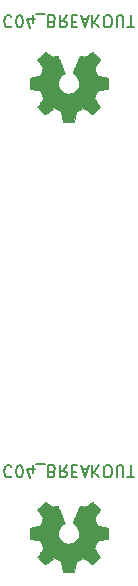
<source format=gbr>
G04 #@! TF.GenerationSoftware,KiCad,Pcbnew,5.1.5-52549c5~86~ubuntu18.04.1*
G04 #@! TF.CreationDate,2020-09-14T14:07:13-05:00*
G04 #@! TF.ProjectId,,58585858-5858-4585-9858-585858585858,rev?*
G04 #@! TF.SameCoordinates,Original*
G04 #@! TF.FileFunction,Legend,Bot*
G04 #@! TF.FilePolarity,Positive*
%FSLAX46Y46*%
G04 Gerber Fmt 4.6, Leading zero omitted, Abs format (unit mm)*
G04 Created by KiCad (PCBNEW 5.1.5-52549c5~86~ubuntu18.04.1) date 2020-09-14 14:07:13*
%MOMM*%
%LPD*%
G04 APERTURE LIST*
%ADD10C,0.150000*%
%ADD11C,0.010000*%
G04 APERTURE END LIST*
D10*
X66820066Y-89025457D02*
X66772447Y-88977838D01*
X66629590Y-88930219D01*
X66534352Y-88930219D01*
X66391495Y-88977838D01*
X66296257Y-89073076D01*
X66248638Y-89168314D01*
X66201019Y-89358790D01*
X66201019Y-89501647D01*
X66248638Y-89692123D01*
X66296257Y-89787361D01*
X66391495Y-89882600D01*
X66534352Y-89930219D01*
X66629590Y-89930219D01*
X66772447Y-89882600D01*
X66820066Y-89834980D01*
X67439114Y-89930219D02*
X67534352Y-89930219D01*
X67629590Y-89882600D01*
X67677209Y-89834980D01*
X67724828Y-89739742D01*
X67772447Y-89549266D01*
X67772447Y-89311171D01*
X67724828Y-89120695D01*
X67677209Y-89025457D01*
X67629590Y-88977838D01*
X67534352Y-88930219D01*
X67439114Y-88930219D01*
X67343876Y-88977838D01*
X67296257Y-89025457D01*
X67248638Y-89120695D01*
X67201019Y-89311171D01*
X67201019Y-89549266D01*
X67248638Y-89739742D01*
X67296257Y-89834980D01*
X67343876Y-89882600D01*
X67439114Y-89930219D01*
X68629590Y-89596885D02*
X68629590Y-88930219D01*
X68391495Y-89977838D02*
X68153400Y-89263552D01*
X68772447Y-89263552D01*
X68915304Y-88834980D02*
X69677209Y-88834980D01*
X70248638Y-89454028D02*
X70391495Y-89406409D01*
X70439114Y-89358790D01*
X70486733Y-89263552D01*
X70486733Y-89120695D01*
X70439114Y-89025457D01*
X70391495Y-88977838D01*
X70296257Y-88930219D01*
X69915304Y-88930219D01*
X69915304Y-89930219D01*
X70248638Y-89930219D01*
X70343876Y-89882600D01*
X70391495Y-89834980D01*
X70439114Y-89739742D01*
X70439114Y-89644504D01*
X70391495Y-89549266D01*
X70343876Y-89501647D01*
X70248638Y-89454028D01*
X69915304Y-89454028D01*
X71486733Y-88930219D02*
X71153400Y-89406409D01*
X70915304Y-88930219D02*
X70915304Y-89930219D01*
X71296257Y-89930219D01*
X71391495Y-89882600D01*
X71439114Y-89834980D01*
X71486733Y-89739742D01*
X71486733Y-89596885D01*
X71439114Y-89501647D01*
X71391495Y-89454028D01*
X71296257Y-89406409D01*
X70915304Y-89406409D01*
X71915304Y-89454028D02*
X72248638Y-89454028D01*
X72391495Y-88930219D02*
X71915304Y-88930219D01*
X71915304Y-89930219D01*
X72391495Y-89930219D01*
X72772447Y-89215933D02*
X73248638Y-89215933D01*
X72677209Y-88930219D02*
X73010542Y-89930219D01*
X73343876Y-88930219D01*
X73677209Y-88930219D02*
X73677209Y-89930219D01*
X74248638Y-88930219D02*
X73820066Y-89501647D01*
X74248638Y-89930219D02*
X73677209Y-89358790D01*
X74867685Y-89930219D02*
X75058161Y-89930219D01*
X75153400Y-89882600D01*
X75248638Y-89787361D01*
X75296257Y-89596885D01*
X75296257Y-89263552D01*
X75248638Y-89073076D01*
X75153400Y-88977838D01*
X75058161Y-88930219D01*
X74867685Y-88930219D01*
X74772447Y-88977838D01*
X74677209Y-89073076D01*
X74629590Y-89263552D01*
X74629590Y-89596885D01*
X74677209Y-89787361D01*
X74772447Y-89882600D01*
X74867685Y-89930219D01*
X75724828Y-89930219D02*
X75724828Y-89120695D01*
X75772447Y-89025457D01*
X75820066Y-88977838D01*
X75915304Y-88930219D01*
X76105780Y-88930219D01*
X76201019Y-88977838D01*
X76248638Y-89025457D01*
X76296257Y-89120695D01*
X76296257Y-89930219D01*
X76629590Y-89930219D02*
X77201019Y-89930219D01*
X76915304Y-88930219D02*
X76915304Y-89930219D01*
X66820066Y-50925457D02*
X66772447Y-50877838D01*
X66629590Y-50830219D01*
X66534352Y-50830219D01*
X66391495Y-50877838D01*
X66296257Y-50973076D01*
X66248638Y-51068314D01*
X66201019Y-51258790D01*
X66201019Y-51401647D01*
X66248638Y-51592123D01*
X66296257Y-51687361D01*
X66391495Y-51782600D01*
X66534352Y-51830219D01*
X66629590Y-51830219D01*
X66772447Y-51782600D01*
X66820066Y-51734980D01*
X67439114Y-51830219D02*
X67534352Y-51830219D01*
X67629590Y-51782600D01*
X67677209Y-51734980D01*
X67724828Y-51639742D01*
X67772447Y-51449266D01*
X67772447Y-51211171D01*
X67724828Y-51020695D01*
X67677209Y-50925457D01*
X67629590Y-50877838D01*
X67534352Y-50830219D01*
X67439114Y-50830219D01*
X67343876Y-50877838D01*
X67296257Y-50925457D01*
X67248638Y-51020695D01*
X67201019Y-51211171D01*
X67201019Y-51449266D01*
X67248638Y-51639742D01*
X67296257Y-51734980D01*
X67343876Y-51782600D01*
X67439114Y-51830219D01*
X68629590Y-51496885D02*
X68629590Y-50830219D01*
X68391495Y-51877838D02*
X68153400Y-51163552D01*
X68772447Y-51163552D01*
X68915304Y-50734980D02*
X69677209Y-50734980D01*
X70248638Y-51354028D02*
X70391495Y-51306409D01*
X70439114Y-51258790D01*
X70486733Y-51163552D01*
X70486733Y-51020695D01*
X70439114Y-50925457D01*
X70391495Y-50877838D01*
X70296257Y-50830219D01*
X69915304Y-50830219D01*
X69915304Y-51830219D01*
X70248638Y-51830219D01*
X70343876Y-51782600D01*
X70391495Y-51734980D01*
X70439114Y-51639742D01*
X70439114Y-51544504D01*
X70391495Y-51449266D01*
X70343876Y-51401647D01*
X70248638Y-51354028D01*
X69915304Y-51354028D01*
X71486733Y-50830219D02*
X71153400Y-51306409D01*
X70915304Y-50830219D02*
X70915304Y-51830219D01*
X71296257Y-51830219D01*
X71391495Y-51782600D01*
X71439114Y-51734980D01*
X71486733Y-51639742D01*
X71486733Y-51496885D01*
X71439114Y-51401647D01*
X71391495Y-51354028D01*
X71296257Y-51306409D01*
X70915304Y-51306409D01*
X71915304Y-51354028D02*
X72248638Y-51354028D01*
X72391495Y-50830219D02*
X71915304Y-50830219D01*
X71915304Y-51830219D01*
X72391495Y-51830219D01*
X72772447Y-51115933D02*
X73248638Y-51115933D01*
X72677209Y-50830219D02*
X73010542Y-51830219D01*
X73343876Y-50830219D01*
X73677209Y-50830219D02*
X73677209Y-51830219D01*
X74248638Y-50830219D02*
X73820066Y-51401647D01*
X74248638Y-51830219D02*
X73677209Y-51258790D01*
X74867685Y-51830219D02*
X75058161Y-51830219D01*
X75153400Y-51782600D01*
X75248638Y-51687361D01*
X75296257Y-51496885D01*
X75296257Y-51163552D01*
X75248638Y-50973076D01*
X75153400Y-50877838D01*
X75058161Y-50830219D01*
X74867685Y-50830219D01*
X74772447Y-50877838D01*
X74677209Y-50973076D01*
X74629590Y-51163552D01*
X74629590Y-51496885D01*
X74677209Y-51687361D01*
X74772447Y-51782600D01*
X74867685Y-51830219D01*
X75724828Y-51830219D02*
X75724828Y-51020695D01*
X75772447Y-50925457D01*
X75820066Y-50877838D01*
X75915304Y-50830219D01*
X76105780Y-50830219D01*
X76201019Y-50877838D01*
X76248638Y-50925457D01*
X76296257Y-51020695D01*
X76296257Y-51830219D01*
X76629590Y-51830219D02*
X77201019Y-51830219D01*
X76915304Y-50830219D02*
X76915304Y-51830219D01*
D11*
G36*
X72209214Y-97501669D02*
G01*
X72293035Y-97057045D01*
X72602320Y-96929547D01*
X72911606Y-96802049D01*
X73282646Y-97054354D01*
X73386557Y-97124604D01*
X73480487Y-97187328D01*
X73560052Y-97239662D01*
X73620870Y-97278743D01*
X73658557Y-97301707D01*
X73668821Y-97306658D01*
X73687310Y-97293924D01*
X73726820Y-97258718D01*
X73782922Y-97205538D01*
X73851187Y-97138882D01*
X73927186Y-97063246D01*
X74006492Y-96983128D01*
X74084675Y-96903026D01*
X74157307Y-96827436D01*
X74219959Y-96760855D01*
X74268203Y-96707782D01*
X74297610Y-96672713D01*
X74304641Y-96660977D01*
X74294523Y-96639340D01*
X74266159Y-96591938D01*
X74222529Y-96523407D01*
X74166618Y-96438385D01*
X74101406Y-96341507D01*
X74063619Y-96286250D01*
X73994743Y-96185352D01*
X73933540Y-96094301D01*
X73882978Y-96017630D01*
X73846028Y-95959872D01*
X73825658Y-95925557D01*
X73822597Y-95918346D01*
X73829536Y-95897852D01*
X73848451Y-95850087D01*
X73876487Y-95781768D01*
X73910791Y-95699611D01*
X73948509Y-95610330D01*
X73986787Y-95520642D01*
X74022770Y-95437262D01*
X74053606Y-95366906D01*
X74076439Y-95316290D01*
X74088417Y-95292129D01*
X74089124Y-95291178D01*
X74107931Y-95286564D01*
X74158018Y-95276272D01*
X74234193Y-95261313D01*
X74331265Y-95242699D01*
X74444043Y-95221441D01*
X74509842Y-95209182D01*
X74630350Y-95186238D01*
X74739197Y-95164405D01*
X74830876Y-95144878D01*
X74899881Y-95128852D01*
X74940704Y-95117521D01*
X74948911Y-95113926D01*
X74956948Y-95089594D01*
X74963433Y-95034641D01*
X74968370Y-94955492D01*
X74971764Y-94858574D01*
X74973618Y-94750313D01*
X74973938Y-94637135D01*
X74972727Y-94525465D01*
X74969990Y-94421732D01*
X74965731Y-94332359D01*
X74959955Y-94263774D01*
X74952667Y-94222403D01*
X74948295Y-94213790D01*
X74922164Y-94203467D01*
X74866793Y-94188708D01*
X74789507Y-94171248D01*
X74697630Y-94152820D01*
X74665558Y-94146859D01*
X74510924Y-94118534D01*
X74388775Y-94095724D01*
X74295073Y-94077520D01*
X74225784Y-94063017D01*
X74176871Y-94051308D01*
X74144297Y-94041485D01*
X74124028Y-94032644D01*
X74112026Y-94023876D01*
X74110347Y-94022143D01*
X74093584Y-93994229D01*
X74068014Y-93939905D01*
X74036188Y-93865823D01*
X74000660Y-93778635D01*
X73963983Y-93684992D01*
X73928711Y-93591548D01*
X73897396Y-93504953D01*
X73872593Y-93431860D01*
X73856854Y-93378922D01*
X73852732Y-93352789D01*
X73853076Y-93351874D01*
X73867041Y-93330514D01*
X73898722Y-93283516D01*
X73944791Y-93215773D01*
X74001918Y-93132177D01*
X74066773Y-93037618D01*
X74085243Y-93010746D01*
X74151099Y-92913325D01*
X74209050Y-92824437D01*
X74255938Y-92749188D01*
X74288607Y-92692680D01*
X74303900Y-92660019D01*
X74304641Y-92656007D01*
X74291792Y-92634916D01*
X74256288Y-92593136D01*
X74202693Y-92535155D01*
X74135571Y-92465465D01*
X74059487Y-92388555D01*
X73979004Y-92308917D01*
X73898687Y-92231039D01*
X73823099Y-92159414D01*
X73756805Y-92098530D01*
X73704369Y-92052879D01*
X73670355Y-92026950D01*
X73660945Y-92022717D01*
X73639043Y-92032688D01*
X73594200Y-92059580D01*
X73533721Y-92098864D01*
X73487189Y-92130483D01*
X73402875Y-92188502D01*
X73303026Y-92256816D01*
X73202873Y-92325021D01*
X73149027Y-92361525D01*
X72966771Y-92484800D01*
X72813781Y-92402080D01*
X72744082Y-92365841D01*
X72684814Y-92337674D01*
X72644711Y-92321609D01*
X72634503Y-92319374D01*
X72622229Y-92335878D01*
X72598013Y-92382518D01*
X72563663Y-92454991D01*
X72520988Y-92548994D01*
X72471794Y-92660226D01*
X72417890Y-92784385D01*
X72361084Y-92917168D01*
X72303182Y-93054273D01*
X72245993Y-93191398D01*
X72191324Y-93324242D01*
X72140984Y-93448502D01*
X72096780Y-93559875D01*
X72060519Y-93654061D01*
X72034009Y-93726756D01*
X72019058Y-93773659D01*
X72016654Y-93789767D01*
X72035711Y-93810314D01*
X72077436Y-93843667D01*
X72133106Y-93882898D01*
X72137778Y-93886001D01*
X72281664Y-94001177D01*
X72397683Y-94135547D01*
X72484830Y-94284816D01*
X72542099Y-94444687D01*
X72568486Y-94610863D01*
X72562985Y-94779048D01*
X72524590Y-94944945D01*
X72452295Y-95104258D01*
X72431026Y-95139113D01*
X72320396Y-95279863D01*
X72189702Y-95392886D01*
X72043464Y-95477597D01*
X71886208Y-95533406D01*
X71722457Y-95559726D01*
X71556733Y-95555970D01*
X71393562Y-95521550D01*
X71237465Y-95455877D01*
X71092967Y-95358365D01*
X71048269Y-95318787D01*
X70934512Y-95194897D01*
X70851618Y-95064476D01*
X70794756Y-94918285D01*
X70763087Y-94773512D01*
X70755269Y-94610740D01*
X70781338Y-94447160D01*
X70838645Y-94288302D01*
X70924544Y-94139694D01*
X71036386Y-94006865D01*
X71171523Y-93895344D01*
X71189283Y-93883589D01*
X71245550Y-93845092D01*
X71288323Y-93811737D01*
X71308772Y-93790440D01*
X71309069Y-93789767D01*
X71304679Y-93766729D01*
X71287276Y-93714443D01*
X71258668Y-93637210D01*
X71220665Y-93539332D01*
X71175074Y-93425109D01*
X71123703Y-93298842D01*
X71068362Y-93164833D01*
X71010858Y-93027382D01*
X70953001Y-92890792D01*
X70896598Y-92759363D01*
X70843458Y-92637395D01*
X70795390Y-92529191D01*
X70754201Y-92439051D01*
X70721701Y-92371277D01*
X70699697Y-92330170D01*
X70690836Y-92319374D01*
X70663760Y-92327781D01*
X70613097Y-92350328D01*
X70547583Y-92382987D01*
X70511559Y-92402080D01*
X70358568Y-92484800D01*
X70176312Y-92361525D01*
X70083275Y-92298372D01*
X69981415Y-92228873D01*
X69885962Y-92163435D01*
X69838150Y-92130483D01*
X69770905Y-92085327D01*
X69713964Y-92049543D01*
X69674754Y-92027662D01*
X69662019Y-92023037D01*
X69643483Y-92035515D01*
X69602459Y-92070348D01*
X69542925Y-92123922D01*
X69468858Y-92192617D01*
X69384235Y-92272819D01*
X69330715Y-92324314D01*
X69237081Y-92416314D01*
X69156159Y-92498601D01*
X69091223Y-92567655D01*
X69045542Y-92619956D01*
X69022389Y-92651984D01*
X69020168Y-92658484D01*
X69030476Y-92683206D01*
X69058961Y-92733195D01*
X69102463Y-92803388D01*
X69157823Y-92888725D01*
X69221880Y-92984144D01*
X69240097Y-93010746D01*
X69306473Y-93107433D01*
X69366022Y-93194483D01*
X69415416Y-93267005D01*
X69451325Y-93320107D01*
X69470419Y-93348897D01*
X69472264Y-93351874D01*
X69469505Y-93374818D01*
X69454862Y-93425264D01*
X69430887Y-93496559D01*
X69400134Y-93582053D01*
X69365156Y-93675093D01*
X69328507Y-93769026D01*
X69292739Y-93857201D01*
X69260406Y-93932966D01*
X69234062Y-93989669D01*
X69216258Y-94020657D01*
X69214993Y-94022143D01*
X69204106Y-94030999D01*
X69185718Y-94039757D01*
X69155794Y-94049323D01*
X69110297Y-94060604D01*
X69045191Y-94074507D01*
X68956439Y-94091937D01*
X68840007Y-94113802D01*
X68691858Y-94141009D01*
X68659782Y-94146859D01*
X68564714Y-94165226D01*
X68481835Y-94183195D01*
X68418470Y-94199031D01*
X68381942Y-94211000D01*
X68377044Y-94213790D01*
X68368973Y-94238528D01*
X68362413Y-94293810D01*
X68357367Y-94373211D01*
X68353841Y-94470304D01*
X68351839Y-94578662D01*
X68351364Y-94691860D01*
X68352423Y-94803472D01*
X68355018Y-94907071D01*
X68359154Y-94996232D01*
X68364837Y-95064528D01*
X68372069Y-95105534D01*
X68376429Y-95113926D01*
X68400702Y-95122392D01*
X68455974Y-95136165D01*
X68536738Y-95154050D01*
X68637488Y-95174852D01*
X68752717Y-95197377D01*
X68815498Y-95209182D01*
X68934613Y-95231449D01*
X69040835Y-95251621D01*
X69128973Y-95268685D01*
X69193834Y-95281631D01*
X69230226Y-95289445D01*
X69236216Y-95291178D01*
X69246339Y-95310710D01*
X69267738Y-95357757D01*
X69297561Y-95425597D01*
X69332955Y-95507509D01*
X69371068Y-95596772D01*
X69409047Y-95686665D01*
X69444040Y-95770465D01*
X69473194Y-95841453D01*
X69493657Y-95892906D01*
X69502577Y-95918103D01*
X69502743Y-95919204D01*
X69492631Y-95939081D01*
X69464283Y-95984823D01*
X69420677Y-96051883D01*
X69364794Y-96135716D01*
X69299613Y-96231774D01*
X69261721Y-96286950D01*
X69192675Y-96388119D01*
X69131350Y-96479970D01*
X69080737Y-96557856D01*
X69043829Y-96617131D01*
X69023618Y-96653149D01*
X69020699Y-96661223D01*
X69033247Y-96680016D01*
X69067937Y-96720143D01*
X69120337Y-96777107D01*
X69186016Y-96846415D01*
X69260544Y-96923569D01*
X69339487Y-97004075D01*
X69418417Y-97083437D01*
X69492900Y-97157160D01*
X69558506Y-97220748D01*
X69610804Y-97269706D01*
X69645361Y-97299539D01*
X69656922Y-97306658D01*
X69675746Y-97296647D01*
X69720769Y-97268522D01*
X69787613Y-97225146D01*
X69871901Y-97169382D01*
X69969256Y-97104094D01*
X70042693Y-97054354D01*
X70413733Y-96802049D01*
X71032305Y-97057045D01*
X71116125Y-97501669D01*
X71199946Y-97946293D01*
X72125394Y-97946293D01*
X72209214Y-97501669D01*
G37*
X72209214Y-97501669D02*
X72293035Y-97057045D01*
X72602320Y-96929547D01*
X72911606Y-96802049D01*
X73282646Y-97054354D01*
X73386557Y-97124604D01*
X73480487Y-97187328D01*
X73560052Y-97239662D01*
X73620870Y-97278743D01*
X73658557Y-97301707D01*
X73668821Y-97306658D01*
X73687310Y-97293924D01*
X73726820Y-97258718D01*
X73782922Y-97205538D01*
X73851187Y-97138882D01*
X73927186Y-97063246D01*
X74006492Y-96983128D01*
X74084675Y-96903026D01*
X74157307Y-96827436D01*
X74219959Y-96760855D01*
X74268203Y-96707782D01*
X74297610Y-96672713D01*
X74304641Y-96660977D01*
X74294523Y-96639340D01*
X74266159Y-96591938D01*
X74222529Y-96523407D01*
X74166618Y-96438385D01*
X74101406Y-96341507D01*
X74063619Y-96286250D01*
X73994743Y-96185352D01*
X73933540Y-96094301D01*
X73882978Y-96017630D01*
X73846028Y-95959872D01*
X73825658Y-95925557D01*
X73822597Y-95918346D01*
X73829536Y-95897852D01*
X73848451Y-95850087D01*
X73876487Y-95781768D01*
X73910791Y-95699611D01*
X73948509Y-95610330D01*
X73986787Y-95520642D01*
X74022770Y-95437262D01*
X74053606Y-95366906D01*
X74076439Y-95316290D01*
X74088417Y-95292129D01*
X74089124Y-95291178D01*
X74107931Y-95286564D01*
X74158018Y-95276272D01*
X74234193Y-95261313D01*
X74331265Y-95242699D01*
X74444043Y-95221441D01*
X74509842Y-95209182D01*
X74630350Y-95186238D01*
X74739197Y-95164405D01*
X74830876Y-95144878D01*
X74899881Y-95128852D01*
X74940704Y-95117521D01*
X74948911Y-95113926D01*
X74956948Y-95089594D01*
X74963433Y-95034641D01*
X74968370Y-94955492D01*
X74971764Y-94858574D01*
X74973618Y-94750313D01*
X74973938Y-94637135D01*
X74972727Y-94525465D01*
X74969990Y-94421732D01*
X74965731Y-94332359D01*
X74959955Y-94263774D01*
X74952667Y-94222403D01*
X74948295Y-94213790D01*
X74922164Y-94203467D01*
X74866793Y-94188708D01*
X74789507Y-94171248D01*
X74697630Y-94152820D01*
X74665558Y-94146859D01*
X74510924Y-94118534D01*
X74388775Y-94095724D01*
X74295073Y-94077520D01*
X74225784Y-94063017D01*
X74176871Y-94051308D01*
X74144297Y-94041485D01*
X74124028Y-94032644D01*
X74112026Y-94023876D01*
X74110347Y-94022143D01*
X74093584Y-93994229D01*
X74068014Y-93939905D01*
X74036188Y-93865823D01*
X74000660Y-93778635D01*
X73963983Y-93684992D01*
X73928711Y-93591548D01*
X73897396Y-93504953D01*
X73872593Y-93431860D01*
X73856854Y-93378922D01*
X73852732Y-93352789D01*
X73853076Y-93351874D01*
X73867041Y-93330514D01*
X73898722Y-93283516D01*
X73944791Y-93215773D01*
X74001918Y-93132177D01*
X74066773Y-93037618D01*
X74085243Y-93010746D01*
X74151099Y-92913325D01*
X74209050Y-92824437D01*
X74255938Y-92749188D01*
X74288607Y-92692680D01*
X74303900Y-92660019D01*
X74304641Y-92656007D01*
X74291792Y-92634916D01*
X74256288Y-92593136D01*
X74202693Y-92535155D01*
X74135571Y-92465465D01*
X74059487Y-92388555D01*
X73979004Y-92308917D01*
X73898687Y-92231039D01*
X73823099Y-92159414D01*
X73756805Y-92098530D01*
X73704369Y-92052879D01*
X73670355Y-92026950D01*
X73660945Y-92022717D01*
X73639043Y-92032688D01*
X73594200Y-92059580D01*
X73533721Y-92098864D01*
X73487189Y-92130483D01*
X73402875Y-92188502D01*
X73303026Y-92256816D01*
X73202873Y-92325021D01*
X73149027Y-92361525D01*
X72966771Y-92484800D01*
X72813781Y-92402080D01*
X72744082Y-92365841D01*
X72684814Y-92337674D01*
X72644711Y-92321609D01*
X72634503Y-92319374D01*
X72622229Y-92335878D01*
X72598013Y-92382518D01*
X72563663Y-92454991D01*
X72520988Y-92548994D01*
X72471794Y-92660226D01*
X72417890Y-92784385D01*
X72361084Y-92917168D01*
X72303182Y-93054273D01*
X72245993Y-93191398D01*
X72191324Y-93324242D01*
X72140984Y-93448502D01*
X72096780Y-93559875D01*
X72060519Y-93654061D01*
X72034009Y-93726756D01*
X72019058Y-93773659D01*
X72016654Y-93789767D01*
X72035711Y-93810314D01*
X72077436Y-93843667D01*
X72133106Y-93882898D01*
X72137778Y-93886001D01*
X72281664Y-94001177D01*
X72397683Y-94135547D01*
X72484830Y-94284816D01*
X72542099Y-94444687D01*
X72568486Y-94610863D01*
X72562985Y-94779048D01*
X72524590Y-94944945D01*
X72452295Y-95104258D01*
X72431026Y-95139113D01*
X72320396Y-95279863D01*
X72189702Y-95392886D01*
X72043464Y-95477597D01*
X71886208Y-95533406D01*
X71722457Y-95559726D01*
X71556733Y-95555970D01*
X71393562Y-95521550D01*
X71237465Y-95455877D01*
X71092967Y-95358365D01*
X71048269Y-95318787D01*
X70934512Y-95194897D01*
X70851618Y-95064476D01*
X70794756Y-94918285D01*
X70763087Y-94773512D01*
X70755269Y-94610740D01*
X70781338Y-94447160D01*
X70838645Y-94288302D01*
X70924544Y-94139694D01*
X71036386Y-94006865D01*
X71171523Y-93895344D01*
X71189283Y-93883589D01*
X71245550Y-93845092D01*
X71288323Y-93811737D01*
X71308772Y-93790440D01*
X71309069Y-93789767D01*
X71304679Y-93766729D01*
X71287276Y-93714443D01*
X71258668Y-93637210D01*
X71220665Y-93539332D01*
X71175074Y-93425109D01*
X71123703Y-93298842D01*
X71068362Y-93164833D01*
X71010858Y-93027382D01*
X70953001Y-92890792D01*
X70896598Y-92759363D01*
X70843458Y-92637395D01*
X70795390Y-92529191D01*
X70754201Y-92439051D01*
X70721701Y-92371277D01*
X70699697Y-92330170D01*
X70690836Y-92319374D01*
X70663760Y-92327781D01*
X70613097Y-92350328D01*
X70547583Y-92382987D01*
X70511559Y-92402080D01*
X70358568Y-92484800D01*
X70176312Y-92361525D01*
X70083275Y-92298372D01*
X69981415Y-92228873D01*
X69885962Y-92163435D01*
X69838150Y-92130483D01*
X69770905Y-92085327D01*
X69713964Y-92049543D01*
X69674754Y-92027662D01*
X69662019Y-92023037D01*
X69643483Y-92035515D01*
X69602459Y-92070348D01*
X69542925Y-92123922D01*
X69468858Y-92192617D01*
X69384235Y-92272819D01*
X69330715Y-92324314D01*
X69237081Y-92416314D01*
X69156159Y-92498601D01*
X69091223Y-92567655D01*
X69045542Y-92619956D01*
X69022389Y-92651984D01*
X69020168Y-92658484D01*
X69030476Y-92683206D01*
X69058961Y-92733195D01*
X69102463Y-92803388D01*
X69157823Y-92888725D01*
X69221880Y-92984144D01*
X69240097Y-93010746D01*
X69306473Y-93107433D01*
X69366022Y-93194483D01*
X69415416Y-93267005D01*
X69451325Y-93320107D01*
X69470419Y-93348897D01*
X69472264Y-93351874D01*
X69469505Y-93374818D01*
X69454862Y-93425264D01*
X69430887Y-93496559D01*
X69400134Y-93582053D01*
X69365156Y-93675093D01*
X69328507Y-93769026D01*
X69292739Y-93857201D01*
X69260406Y-93932966D01*
X69234062Y-93989669D01*
X69216258Y-94020657D01*
X69214993Y-94022143D01*
X69204106Y-94030999D01*
X69185718Y-94039757D01*
X69155794Y-94049323D01*
X69110297Y-94060604D01*
X69045191Y-94074507D01*
X68956439Y-94091937D01*
X68840007Y-94113802D01*
X68691858Y-94141009D01*
X68659782Y-94146859D01*
X68564714Y-94165226D01*
X68481835Y-94183195D01*
X68418470Y-94199031D01*
X68381942Y-94211000D01*
X68377044Y-94213790D01*
X68368973Y-94238528D01*
X68362413Y-94293810D01*
X68357367Y-94373211D01*
X68353841Y-94470304D01*
X68351839Y-94578662D01*
X68351364Y-94691860D01*
X68352423Y-94803472D01*
X68355018Y-94907071D01*
X68359154Y-94996232D01*
X68364837Y-95064528D01*
X68372069Y-95105534D01*
X68376429Y-95113926D01*
X68400702Y-95122392D01*
X68455974Y-95136165D01*
X68536738Y-95154050D01*
X68637488Y-95174852D01*
X68752717Y-95197377D01*
X68815498Y-95209182D01*
X68934613Y-95231449D01*
X69040835Y-95251621D01*
X69128973Y-95268685D01*
X69193834Y-95281631D01*
X69230226Y-95289445D01*
X69236216Y-95291178D01*
X69246339Y-95310710D01*
X69267738Y-95357757D01*
X69297561Y-95425597D01*
X69332955Y-95507509D01*
X69371068Y-95596772D01*
X69409047Y-95686665D01*
X69444040Y-95770465D01*
X69473194Y-95841453D01*
X69493657Y-95892906D01*
X69502577Y-95918103D01*
X69502743Y-95919204D01*
X69492631Y-95939081D01*
X69464283Y-95984823D01*
X69420677Y-96051883D01*
X69364794Y-96135716D01*
X69299613Y-96231774D01*
X69261721Y-96286950D01*
X69192675Y-96388119D01*
X69131350Y-96479970D01*
X69080737Y-96557856D01*
X69043829Y-96617131D01*
X69023618Y-96653149D01*
X69020699Y-96661223D01*
X69033247Y-96680016D01*
X69067937Y-96720143D01*
X69120337Y-96777107D01*
X69186016Y-96846415D01*
X69260544Y-96923569D01*
X69339487Y-97004075D01*
X69418417Y-97083437D01*
X69492900Y-97157160D01*
X69558506Y-97220748D01*
X69610804Y-97269706D01*
X69645361Y-97299539D01*
X69656922Y-97306658D01*
X69675746Y-97296647D01*
X69720769Y-97268522D01*
X69787613Y-97225146D01*
X69871901Y-97169382D01*
X69969256Y-97104094D01*
X70042693Y-97054354D01*
X70413733Y-96802049D01*
X71032305Y-97057045D01*
X71116125Y-97501669D01*
X71199946Y-97946293D01*
X72125394Y-97946293D01*
X72209214Y-97501669D01*
G36*
X72209214Y-59401669D02*
G01*
X72293035Y-58957045D01*
X72602320Y-58829547D01*
X72911606Y-58702049D01*
X73282646Y-58954354D01*
X73386557Y-59024604D01*
X73480487Y-59087328D01*
X73560052Y-59139662D01*
X73620870Y-59178743D01*
X73658557Y-59201707D01*
X73668821Y-59206658D01*
X73687310Y-59193924D01*
X73726820Y-59158718D01*
X73782922Y-59105538D01*
X73851187Y-59038882D01*
X73927186Y-58963246D01*
X74006492Y-58883128D01*
X74084675Y-58803026D01*
X74157307Y-58727436D01*
X74219959Y-58660855D01*
X74268203Y-58607782D01*
X74297610Y-58572713D01*
X74304641Y-58560977D01*
X74294523Y-58539340D01*
X74266159Y-58491938D01*
X74222529Y-58423407D01*
X74166618Y-58338385D01*
X74101406Y-58241507D01*
X74063619Y-58186250D01*
X73994743Y-58085352D01*
X73933540Y-57994301D01*
X73882978Y-57917630D01*
X73846028Y-57859872D01*
X73825658Y-57825557D01*
X73822597Y-57818346D01*
X73829536Y-57797852D01*
X73848451Y-57750087D01*
X73876487Y-57681768D01*
X73910791Y-57599611D01*
X73948509Y-57510330D01*
X73986787Y-57420642D01*
X74022770Y-57337262D01*
X74053606Y-57266906D01*
X74076439Y-57216290D01*
X74088417Y-57192129D01*
X74089124Y-57191178D01*
X74107931Y-57186564D01*
X74158018Y-57176272D01*
X74234193Y-57161313D01*
X74331265Y-57142699D01*
X74444043Y-57121441D01*
X74509842Y-57109182D01*
X74630350Y-57086238D01*
X74739197Y-57064405D01*
X74830876Y-57044878D01*
X74899881Y-57028852D01*
X74940704Y-57017521D01*
X74948911Y-57013926D01*
X74956948Y-56989594D01*
X74963433Y-56934641D01*
X74968370Y-56855492D01*
X74971764Y-56758574D01*
X74973618Y-56650313D01*
X74973938Y-56537135D01*
X74972727Y-56425465D01*
X74969990Y-56321732D01*
X74965731Y-56232359D01*
X74959955Y-56163774D01*
X74952667Y-56122403D01*
X74948295Y-56113790D01*
X74922164Y-56103467D01*
X74866793Y-56088708D01*
X74789507Y-56071248D01*
X74697630Y-56052820D01*
X74665558Y-56046859D01*
X74510924Y-56018534D01*
X74388775Y-55995724D01*
X74295073Y-55977520D01*
X74225784Y-55963017D01*
X74176871Y-55951308D01*
X74144297Y-55941485D01*
X74124028Y-55932644D01*
X74112026Y-55923876D01*
X74110347Y-55922143D01*
X74093584Y-55894229D01*
X74068014Y-55839905D01*
X74036188Y-55765823D01*
X74000660Y-55678635D01*
X73963983Y-55584992D01*
X73928711Y-55491548D01*
X73897396Y-55404953D01*
X73872593Y-55331860D01*
X73856854Y-55278922D01*
X73852732Y-55252789D01*
X73853076Y-55251874D01*
X73867041Y-55230514D01*
X73898722Y-55183516D01*
X73944791Y-55115773D01*
X74001918Y-55032177D01*
X74066773Y-54937618D01*
X74085243Y-54910746D01*
X74151099Y-54813325D01*
X74209050Y-54724437D01*
X74255938Y-54649188D01*
X74288607Y-54592680D01*
X74303900Y-54560019D01*
X74304641Y-54556007D01*
X74291792Y-54534916D01*
X74256288Y-54493136D01*
X74202693Y-54435155D01*
X74135571Y-54365465D01*
X74059487Y-54288555D01*
X73979004Y-54208917D01*
X73898687Y-54131039D01*
X73823099Y-54059414D01*
X73756805Y-53998530D01*
X73704369Y-53952879D01*
X73670355Y-53926950D01*
X73660945Y-53922717D01*
X73639043Y-53932688D01*
X73594200Y-53959580D01*
X73533721Y-53998864D01*
X73487189Y-54030483D01*
X73402875Y-54088502D01*
X73303026Y-54156816D01*
X73202873Y-54225021D01*
X73149027Y-54261525D01*
X72966771Y-54384800D01*
X72813781Y-54302080D01*
X72744082Y-54265841D01*
X72684814Y-54237674D01*
X72644711Y-54221609D01*
X72634503Y-54219374D01*
X72622229Y-54235878D01*
X72598013Y-54282518D01*
X72563663Y-54354991D01*
X72520988Y-54448994D01*
X72471794Y-54560226D01*
X72417890Y-54684385D01*
X72361084Y-54817168D01*
X72303182Y-54954273D01*
X72245993Y-55091398D01*
X72191324Y-55224242D01*
X72140984Y-55348502D01*
X72096780Y-55459875D01*
X72060519Y-55554061D01*
X72034009Y-55626756D01*
X72019058Y-55673659D01*
X72016654Y-55689767D01*
X72035711Y-55710314D01*
X72077436Y-55743667D01*
X72133106Y-55782898D01*
X72137778Y-55786001D01*
X72281664Y-55901177D01*
X72397683Y-56035547D01*
X72484830Y-56184816D01*
X72542099Y-56344687D01*
X72568486Y-56510863D01*
X72562985Y-56679048D01*
X72524590Y-56844945D01*
X72452295Y-57004258D01*
X72431026Y-57039113D01*
X72320396Y-57179863D01*
X72189702Y-57292886D01*
X72043464Y-57377597D01*
X71886208Y-57433406D01*
X71722457Y-57459726D01*
X71556733Y-57455970D01*
X71393562Y-57421550D01*
X71237465Y-57355877D01*
X71092967Y-57258365D01*
X71048269Y-57218787D01*
X70934512Y-57094897D01*
X70851618Y-56964476D01*
X70794756Y-56818285D01*
X70763087Y-56673512D01*
X70755269Y-56510740D01*
X70781338Y-56347160D01*
X70838645Y-56188302D01*
X70924544Y-56039694D01*
X71036386Y-55906865D01*
X71171523Y-55795344D01*
X71189283Y-55783589D01*
X71245550Y-55745092D01*
X71288323Y-55711737D01*
X71308772Y-55690440D01*
X71309069Y-55689767D01*
X71304679Y-55666729D01*
X71287276Y-55614443D01*
X71258668Y-55537210D01*
X71220665Y-55439332D01*
X71175074Y-55325109D01*
X71123703Y-55198842D01*
X71068362Y-55064833D01*
X71010858Y-54927382D01*
X70953001Y-54790792D01*
X70896598Y-54659363D01*
X70843458Y-54537395D01*
X70795390Y-54429191D01*
X70754201Y-54339051D01*
X70721701Y-54271277D01*
X70699697Y-54230170D01*
X70690836Y-54219374D01*
X70663760Y-54227781D01*
X70613097Y-54250328D01*
X70547583Y-54282987D01*
X70511559Y-54302080D01*
X70358568Y-54384800D01*
X70176312Y-54261525D01*
X70083275Y-54198372D01*
X69981415Y-54128873D01*
X69885962Y-54063435D01*
X69838150Y-54030483D01*
X69770905Y-53985327D01*
X69713964Y-53949543D01*
X69674754Y-53927662D01*
X69662019Y-53923037D01*
X69643483Y-53935515D01*
X69602459Y-53970348D01*
X69542925Y-54023922D01*
X69468858Y-54092617D01*
X69384235Y-54172819D01*
X69330715Y-54224314D01*
X69237081Y-54316314D01*
X69156159Y-54398601D01*
X69091223Y-54467655D01*
X69045542Y-54519956D01*
X69022389Y-54551984D01*
X69020168Y-54558484D01*
X69030476Y-54583206D01*
X69058961Y-54633195D01*
X69102463Y-54703388D01*
X69157823Y-54788725D01*
X69221880Y-54884144D01*
X69240097Y-54910746D01*
X69306473Y-55007433D01*
X69366022Y-55094483D01*
X69415416Y-55167005D01*
X69451325Y-55220107D01*
X69470419Y-55248897D01*
X69472264Y-55251874D01*
X69469505Y-55274818D01*
X69454862Y-55325264D01*
X69430887Y-55396559D01*
X69400134Y-55482053D01*
X69365156Y-55575093D01*
X69328507Y-55669026D01*
X69292739Y-55757201D01*
X69260406Y-55832966D01*
X69234062Y-55889669D01*
X69216258Y-55920657D01*
X69214993Y-55922143D01*
X69204106Y-55930999D01*
X69185718Y-55939757D01*
X69155794Y-55949323D01*
X69110297Y-55960604D01*
X69045191Y-55974507D01*
X68956439Y-55991937D01*
X68840007Y-56013802D01*
X68691858Y-56041009D01*
X68659782Y-56046859D01*
X68564714Y-56065226D01*
X68481835Y-56083195D01*
X68418470Y-56099031D01*
X68381942Y-56111000D01*
X68377044Y-56113790D01*
X68368973Y-56138528D01*
X68362413Y-56193810D01*
X68357367Y-56273211D01*
X68353841Y-56370304D01*
X68351839Y-56478662D01*
X68351364Y-56591860D01*
X68352423Y-56703472D01*
X68355018Y-56807071D01*
X68359154Y-56896232D01*
X68364837Y-56964528D01*
X68372069Y-57005534D01*
X68376429Y-57013926D01*
X68400702Y-57022392D01*
X68455974Y-57036165D01*
X68536738Y-57054050D01*
X68637488Y-57074852D01*
X68752717Y-57097377D01*
X68815498Y-57109182D01*
X68934613Y-57131449D01*
X69040835Y-57151621D01*
X69128973Y-57168685D01*
X69193834Y-57181631D01*
X69230226Y-57189445D01*
X69236216Y-57191178D01*
X69246339Y-57210710D01*
X69267738Y-57257757D01*
X69297561Y-57325597D01*
X69332955Y-57407509D01*
X69371068Y-57496772D01*
X69409047Y-57586665D01*
X69444040Y-57670465D01*
X69473194Y-57741453D01*
X69493657Y-57792906D01*
X69502577Y-57818103D01*
X69502743Y-57819204D01*
X69492631Y-57839081D01*
X69464283Y-57884823D01*
X69420677Y-57951883D01*
X69364794Y-58035716D01*
X69299613Y-58131774D01*
X69261721Y-58186950D01*
X69192675Y-58288119D01*
X69131350Y-58379970D01*
X69080737Y-58457856D01*
X69043829Y-58517131D01*
X69023618Y-58553149D01*
X69020699Y-58561223D01*
X69033247Y-58580016D01*
X69067937Y-58620143D01*
X69120337Y-58677107D01*
X69186016Y-58746415D01*
X69260544Y-58823569D01*
X69339487Y-58904075D01*
X69418417Y-58983437D01*
X69492900Y-59057160D01*
X69558506Y-59120748D01*
X69610804Y-59169706D01*
X69645361Y-59199539D01*
X69656922Y-59206658D01*
X69675746Y-59196647D01*
X69720769Y-59168522D01*
X69787613Y-59125146D01*
X69871901Y-59069382D01*
X69969256Y-59004094D01*
X70042693Y-58954354D01*
X70413733Y-58702049D01*
X71032305Y-58957045D01*
X71116125Y-59401669D01*
X71199946Y-59846293D01*
X72125394Y-59846293D01*
X72209214Y-59401669D01*
G37*
X72209214Y-59401669D02*
X72293035Y-58957045D01*
X72602320Y-58829547D01*
X72911606Y-58702049D01*
X73282646Y-58954354D01*
X73386557Y-59024604D01*
X73480487Y-59087328D01*
X73560052Y-59139662D01*
X73620870Y-59178743D01*
X73658557Y-59201707D01*
X73668821Y-59206658D01*
X73687310Y-59193924D01*
X73726820Y-59158718D01*
X73782922Y-59105538D01*
X73851187Y-59038882D01*
X73927186Y-58963246D01*
X74006492Y-58883128D01*
X74084675Y-58803026D01*
X74157307Y-58727436D01*
X74219959Y-58660855D01*
X74268203Y-58607782D01*
X74297610Y-58572713D01*
X74304641Y-58560977D01*
X74294523Y-58539340D01*
X74266159Y-58491938D01*
X74222529Y-58423407D01*
X74166618Y-58338385D01*
X74101406Y-58241507D01*
X74063619Y-58186250D01*
X73994743Y-58085352D01*
X73933540Y-57994301D01*
X73882978Y-57917630D01*
X73846028Y-57859872D01*
X73825658Y-57825557D01*
X73822597Y-57818346D01*
X73829536Y-57797852D01*
X73848451Y-57750087D01*
X73876487Y-57681768D01*
X73910791Y-57599611D01*
X73948509Y-57510330D01*
X73986787Y-57420642D01*
X74022770Y-57337262D01*
X74053606Y-57266906D01*
X74076439Y-57216290D01*
X74088417Y-57192129D01*
X74089124Y-57191178D01*
X74107931Y-57186564D01*
X74158018Y-57176272D01*
X74234193Y-57161313D01*
X74331265Y-57142699D01*
X74444043Y-57121441D01*
X74509842Y-57109182D01*
X74630350Y-57086238D01*
X74739197Y-57064405D01*
X74830876Y-57044878D01*
X74899881Y-57028852D01*
X74940704Y-57017521D01*
X74948911Y-57013926D01*
X74956948Y-56989594D01*
X74963433Y-56934641D01*
X74968370Y-56855492D01*
X74971764Y-56758574D01*
X74973618Y-56650313D01*
X74973938Y-56537135D01*
X74972727Y-56425465D01*
X74969990Y-56321732D01*
X74965731Y-56232359D01*
X74959955Y-56163774D01*
X74952667Y-56122403D01*
X74948295Y-56113790D01*
X74922164Y-56103467D01*
X74866793Y-56088708D01*
X74789507Y-56071248D01*
X74697630Y-56052820D01*
X74665558Y-56046859D01*
X74510924Y-56018534D01*
X74388775Y-55995724D01*
X74295073Y-55977520D01*
X74225784Y-55963017D01*
X74176871Y-55951308D01*
X74144297Y-55941485D01*
X74124028Y-55932644D01*
X74112026Y-55923876D01*
X74110347Y-55922143D01*
X74093584Y-55894229D01*
X74068014Y-55839905D01*
X74036188Y-55765823D01*
X74000660Y-55678635D01*
X73963983Y-55584992D01*
X73928711Y-55491548D01*
X73897396Y-55404953D01*
X73872593Y-55331860D01*
X73856854Y-55278922D01*
X73852732Y-55252789D01*
X73853076Y-55251874D01*
X73867041Y-55230514D01*
X73898722Y-55183516D01*
X73944791Y-55115773D01*
X74001918Y-55032177D01*
X74066773Y-54937618D01*
X74085243Y-54910746D01*
X74151099Y-54813325D01*
X74209050Y-54724437D01*
X74255938Y-54649188D01*
X74288607Y-54592680D01*
X74303900Y-54560019D01*
X74304641Y-54556007D01*
X74291792Y-54534916D01*
X74256288Y-54493136D01*
X74202693Y-54435155D01*
X74135571Y-54365465D01*
X74059487Y-54288555D01*
X73979004Y-54208917D01*
X73898687Y-54131039D01*
X73823099Y-54059414D01*
X73756805Y-53998530D01*
X73704369Y-53952879D01*
X73670355Y-53926950D01*
X73660945Y-53922717D01*
X73639043Y-53932688D01*
X73594200Y-53959580D01*
X73533721Y-53998864D01*
X73487189Y-54030483D01*
X73402875Y-54088502D01*
X73303026Y-54156816D01*
X73202873Y-54225021D01*
X73149027Y-54261525D01*
X72966771Y-54384800D01*
X72813781Y-54302080D01*
X72744082Y-54265841D01*
X72684814Y-54237674D01*
X72644711Y-54221609D01*
X72634503Y-54219374D01*
X72622229Y-54235878D01*
X72598013Y-54282518D01*
X72563663Y-54354991D01*
X72520988Y-54448994D01*
X72471794Y-54560226D01*
X72417890Y-54684385D01*
X72361084Y-54817168D01*
X72303182Y-54954273D01*
X72245993Y-55091398D01*
X72191324Y-55224242D01*
X72140984Y-55348502D01*
X72096780Y-55459875D01*
X72060519Y-55554061D01*
X72034009Y-55626756D01*
X72019058Y-55673659D01*
X72016654Y-55689767D01*
X72035711Y-55710314D01*
X72077436Y-55743667D01*
X72133106Y-55782898D01*
X72137778Y-55786001D01*
X72281664Y-55901177D01*
X72397683Y-56035547D01*
X72484830Y-56184816D01*
X72542099Y-56344687D01*
X72568486Y-56510863D01*
X72562985Y-56679048D01*
X72524590Y-56844945D01*
X72452295Y-57004258D01*
X72431026Y-57039113D01*
X72320396Y-57179863D01*
X72189702Y-57292886D01*
X72043464Y-57377597D01*
X71886208Y-57433406D01*
X71722457Y-57459726D01*
X71556733Y-57455970D01*
X71393562Y-57421550D01*
X71237465Y-57355877D01*
X71092967Y-57258365D01*
X71048269Y-57218787D01*
X70934512Y-57094897D01*
X70851618Y-56964476D01*
X70794756Y-56818285D01*
X70763087Y-56673512D01*
X70755269Y-56510740D01*
X70781338Y-56347160D01*
X70838645Y-56188302D01*
X70924544Y-56039694D01*
X71036386Y-55906865D01*
X71171523Y-55795344D01*
X71189283Y-55783589D01*
X71245550Y-55745092D01*
X71288323Y-55711737D01*
X71308772Y-55690440D01*
X71309069Y-55689767D01*
X71304679Y-55666729D01*
X71287276Y-55614443D01*
X71258668Y-55537210D01*
X71220665Y-55439332D01*
X71175074Y-55325109D01*
X71123703Y-55198842D01*
X71068362Y-55064833D01*
X71010858Y-54927382D01*
X70953001Y-54790792D01*
X70896598Y-54659363D01*
X70843458Y-54537395D01*
X70795390Y-54429191D01*
X70754201Y-54339051D01*
X70721701Y-54271277D01*
X70699697Y-54230170D01*
X70690836Y-54219374D01*
X70663760Y-54227781D01*
X70613097Y-54250328D01*
X70547583Y-54282987D01*
X70511559Y-54302080D01*
X70358568Y-54384800D01*
X70176312Y-54261525D01*
X70083275Y-54198372D01*
X69981415Y-54128873D01*
X69885962Y-54063435D01*
X69838150Y-54030483D01*
X69770905Y-53985327D01*
X69713964Y-53949543D01*
X69674754Y-53927662D01*
X69662019Y-53923037D01*
X69643483Y-53935515D01*
X69602459Y-53970348D01*
X69542925Y-54023922D01*
X69468858Y-54092617D01*
X69384235Y-54172819D01*
X69330715Y-54224314D01*
X69237081Y-54316314D01*
X69156159Y-54398601D01*
X69091223Y-54467655D01*
X69045542Y-54519956D01*
X69022389Y-54551984D01*
X69020168Y-54558484D01*
X69030476Y-54583206D01*
X69058961Y-54633195D01*
X69102463Y-54703388D01*
X69157823Y-54788725D01*
X69221880Y-54884144D01*
X69240097Y-54910746D01*
X69306473Y-55007433D01*
X69366022Y-55094483D01*
X69415416Y-55167005D01*
X69451325Y-55220107D01*
X69470419Y-55248897D01*
X69472264Y-55251874D01*
X69469505Y-55274818D01*
X69454862Y-55325264D01*
X69430887Y-55396559D01*
X69400134Y-55482053D01*
X69365156Y-55575093D01*
X69328507Y-55669026D01*
X69292739Y-55757201D01*
X69260406Y-55832966D01*
X69234062Y-55889669D01*
X69216258Y-55920657D01*
X69214993Y-55922143D01*
X69204106Y-55930999D01*
X69185718Y-55939757D01*
X69155794Y-55949323D01*
X69110297Y-55960604D01*
X69045191Y-55974507D01*
X68956439Y-55991937D01*
X68840007Y-56013802D01*
X68691858Y-56041009D01*
X68659782Y-56046859D01*
X68564714Y-56065226D01*
X68481835Y-56083195D01*
X68418470Y-56099031D01*
X68381942Y-56111000D01*
X68377044Y-56113790D01*
X68368973Y-56138528D01*
X68362413Y-56193810D01*
X68357367Y-56273211D01*
X68353841Y-56370304D01*
X68351839Y-56478662D01*
X68351364Y-56591860D01*
X68352423Y-56703472D01*
X68355018Y-56807071D01*
X68359154Y-56896232D01*
X68364837Y-56964528D01*
X68372069Y-57005534D01*
X68376429Y-57013926D01*
X68400702Y-57022392D01*
X68455974Y-57036165D01*
X68536738Y-57054050D01*
X68637488Y-57074852D01*
X68752717Y-57097377D01*
X68815498Y-57109182D01*
X68934613Y-57131449D01*
X69040835Y-57151621D01*
X69128973Y-57168685D01*
X69193834Y-57181631D01*
X69230226Y-57189445D01*
X69236216Y-57191178D01*
X69246339Y-57210710D01*
X69267738Y-57257757D01*
X69297561Y-57325597D01*
X69332955Y-57407509D01*
X69371068Y-57496772D01*
X69409047Y-57586665D01*
X69444040Y-57670465D01*
X69473194Y-57741453D01*
X69493657Y-57792906D01*
X69502577Y-57818103D01*
X69502743Y-57819204D01*
X69492631Y-57839081D01*
X69464283Y-57884823D01*
X69420677Y-57951883D01*
X69364794Y-58035716D01*
X69299613Y-58131774D01*
X69261721Y-58186950D01*
X69192675Y-58288119D01*
X69131350Y-58379970D01*
X69080737Y-58457856D01*
X69043829Y-58517131D01*
X69023618Y-58553149D01*
X69020699Y-58561223D01*
X69033247Y-58580016D01*
X69067937Y-58620143D01*
X69120337Y-58677107D01*
X69186016Y-58746415D01*
X69260544Y-58823569D01*
X69339487Y-58904075D01*
X69418417Y-58983437D01*
X69492900Y-59057160D01*
X69558506Y-59120748D01*
X69610804Y-59169706D01*
X69645361Y-59199539D01*
X69656922Y-59206658D01*
X69675746Y-59196647D01*
X69720769Y-59168522D01*
X69787613Y-59125146D01*
X69871901Y-59069382D01*
X69969256Y-59004094D01*
X70042693Y-58954354D01*
X70413733Y-58702049D01*
X71032305Y-58957045D01*
X71116125Y-59401669D01*
X71199946Y-59846293D01*
X72125394Y-59846293D01*
X72209214Y-59401669D01*
M02*

</source>
